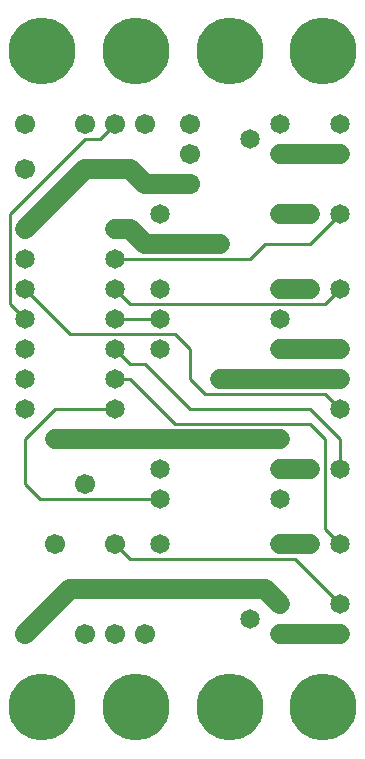
<source format=gbl>
%MOIN*%
%FSLAX25Y25*%
G04 D10 used for Character Trace; *
G04     Circle (OD=.01000) (No hole)*
G04 D11 used for Power Trace; *
G04     Circle (OD=.06700) (No hole)*
G04 D12 used for Signal Trace; *
G04     Circle (OD=.01100) (No hole)*
G04 D13 used for Via; *
G04     Circle (OD=.05800) (Round. Hole ID=.02800)*
G04 D14 used for Component hole; *
G04     Circle (OD=.06500) (Round. Hole ID=.03500)*
G04 D15 used for Component hole; *
G04     Circle (OD=.06700) (Round. Hole ID=.04300)*
G04 D16 used for Component hole; *
G04     Circle (OD=.08100) (Round. Hole ID=.05100)*
G04 D17 used for Component hole; *
G04     Circle (OD=.08900) (Round. Hole ID=.05900)*
G04 D18 used for Component hole; *
G04     Circle (OD=.11300) (Round. Hole ID=.08300)*
G04 D19 used for Component hole; *
G04     Circle (OD=.16000) (Round. Hole ID=.13000)*
G04 D20 used for Component hole; *
G04     Circle (OD=.18300) (Round. Hole ID=.15300)*
G04 D21 used for Component hole; *
G04     Circle (OD=.22291) (Round. Hole ID=.19291)*
%ADD10C,.01000*%
%ADD11C,.06700*%
%ADD12C,.01100*%
%ADD13C,.05800*%
%ADD14C,.06500*%
%ADD15C,.06700*%
%ADD16C,.08100*%
%ADD17C,.08900*%
%ADD18C,.11300*%
%ADD19C,.16000*%
%ADD20C,.18300*%
%ADD21C,.22291*%
%IPPOS*%
%LPD*%
G90*X0Y0D02*D21*X15625Y15625D03*D15*              
X40000Y40000D03*X30000D03*X10000D03*D11*          
X25000Y55000D01*X75000D01*D13*D03*D11*X90000D01*  
X95000Y50000D01*D14*D03*Y40000D03*D11*X115000D01* 
D14*D03*Y50000D03*D12*X100000Y65000D01*X45000D01* 
X40000Y70000D01*D15*D03*D14*X55000Y85000D03*D12*  
X15000D01*X10000Y90000D01*Y105000D01*             
X20000Y115000D01*X40000D01*D14*D03*D12*           
X60000Y110000D02*X45000Y125000D01*                
X60000Y110000D02*X105000D01*X110000Y105000D01*    
Y75000D01*X115000Y70000D01*D14*D03*X105000D03*D11*
X95000D01*D14*D03*Y85000D03*X115000Y95000D03*D12* 
Y105000D01*X105000Y115000D01*X65000D01*           
X50000Y130000D01*X45000D01*X40000Y135000D01*D14*  
D03*Y145000D03*D12*X55000D01*D14*D03*D12*         
X65000Y135000D02*X60000Y140000D01*                
X65000Y125000D02*Y135000D01*X70000Y120000D02*     
X65000Y125000D01*X70000Y120000D02*X110000D01*     
X115000Y115000D01*D14*D03*Y125000D03*D11*         
X75000D01*D13*D03*D12*X25000Y140000D02*X60000D01* 
X25000D02*X10000Y155000D01*D14*D03*D12*Y145000D02*
X5000Y150000D01*D14*X10000Y145000D03*D12*         
X5000Y150000D02*Y180000D01*X30000Y205000D01*      
X35000D01*X40000Y210000D01*D15*D03*X50000D03*     
X30000D03*Y195000D03*D11*X10000Y175000D01*D14*D03*
Y165000D03*D11*X30000Y195000D02*X45000D01*        
X50000Y190000D01*X65000D01*D15*D03*D14*           
X55000Y180000D03*D15*X65000Y200000D03*D11*        
X50000Y170000D02*X75000D01*D13*D03*D12*           
X40000Y165000D02*X85000D01*D14*X40000D03*D11*     
X50000Y170000D02*X45000Y175000D01*X40000D01*D14*  
D03*Y155000D03*D12*X45000Y150000D01*X110000D01*   
X115000Y155000D01*D14*D03*X105000D03*D11*         
X95000D01*D14*D03*D12*X85000Y165000D02*           
X90000Y170000D01*X105000D01*X115000Y180000D01*D14*
D03*X105000D03*D11*X95000D01*D14*D03*             
X115000Y200000D03*D11*X95000D01*D14*D03*          
X85000Y205000D03*X95000Y210000D03*X115000D03*D15* 
X65000D03*D21*X109375Y234375D03*X78125D03*D14*    
X55000Y155000D03*D21*X46875Y234375D03*D14*        
X95000Y145000D03*X55000Y135000D03*X95000D03*D11*  
X115000D01*D14*D03*D13*X95000Y105000D03*D11*      
X20000D01*D13*D03*D14*X10000Y115000D03*D15*       
X30000Y90000D03*D14*X40000Y125000D03*D12*         
X45000D01*D14*X55000Y95000D03*X10000Y135000D03*   
Y125000D03*X95000Y95000D03*D11*X105000D01*D14*D03*
X85000Y45000D03*X55000Y70000D03*D15*              
X50000Y40000D03*D21*X46875Y15625D03*X78125D03*    
X109375D03*D15*X20000Y70000D03*X10000Y195000D03*  
Y210000D03*D21*X15625Y234375D03*M02*              

</source>
